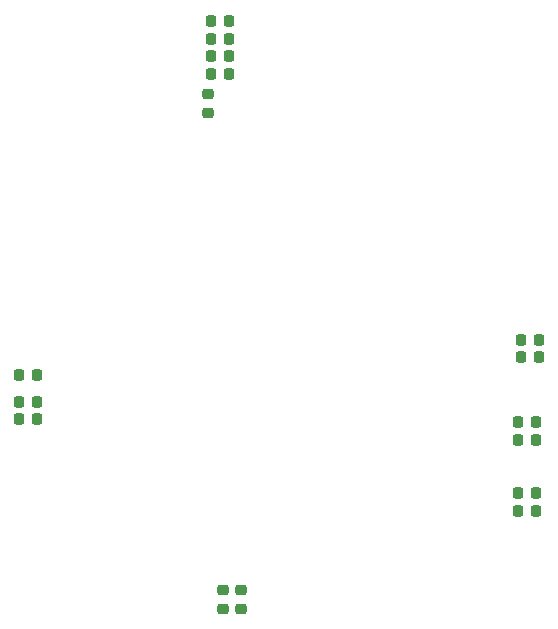
<source format=gbr>
%TF.GenerationSoftware,KiCad,Pcbnew,8.0.5*%
%TF.CreationDate,2024-10-22T14:52:20-04:00*%
%TF.ProjectId,huxley,6875786c-6579-42e6-9b69-6361645f7063,rev?*%
%TF.SameCoordinates,Original*%
%TF.FileFunction,Paste,Bot*%
%TF.FilePolarity,Positive*%
%FSLAX46Y46*%
G04 Gerber Fmt 4.6, Leading zero omitted, Abs format (unit mm)*
G04 Created by KiCad (PCBNEW 8.0.5) date 2024-10-22 14:52:20*
%MOMM*%
%LPD*%
G01*
G04 APERTURE LIST*
G04 Aperture macros list*
%AMRoundRect*
0 Rectangle with rounded corners*
0 $1 Rounding radius*
0 $2 $3 $4 $5 $6 $7 $8 $9 X,Y pos of 4 corners*
0 Add a 4 corners polygon primitive as box body*
4,1,4,$2,$3,$4,$5,$6,$7,$8,$9,$2,$3,0*
0 Add four circle primitives for the rounded corners*
1,1,$1+$1,$2,$3*
1,1,$1+$1,$4,$5*
1,1,$1+$1,$6,$7*
1,1,$1+$1,$8,$9*
0 Add four rect primitives between the rounded corners*
20,1,$1+$1,$2,$3,$4,$5,0*
20,1,$1+$1,$4,$5,$6,$7,0*
20,1,$1+$1,$6,$7,$8,$9,0*
20,1,$1+$1,$8,$9,$2,$3,0*%
G04 Aperture macros list end*
%ADD10RoundRect,0.225000X0.225000X0.250000X-0.225000X0.250000X-0.225000X-0.250000X0.225000X-0.250000X0*%
%ADD11RoundRect,0.225000X-0.225000X-0.250000X0.225000X-0.250000X0.225000X0.250000X-0.225000X0.250000X0*%
%ADD12RoundRect,0.225000X-0.250000X0.225000X-0.250000X-0.225000X0.250000X-0.225000X0.250000X0.225000X0*%
%ADD13RoundRect,0.225000X0.250000X-0.225000X0.250000X0.225000X-0.250000X0.225000X-0.250000X-0.225000X0*%
G04 APERTURE END LIST*
D10*
%TO.C,C63*%
X98725000Y-93500000D03*
X100275000Y-93500000D03*
%TD*%
%TO.C,C61*%
X98725000Y-90500000D03*
X100275000Y-90500000D03*
%TD*%
D11*
%TO.C,C55*%
X126525000Y-116000000D03*
X124975000Y-116000000D03*
%TD*%
D10*
%TO.C,C60*%
X98725000Y-89000000D03*
X100275000Y-89000000D03*
%TD*%
D11*
%TO.C,C47*%
X126275000Y-123000000D03*
X124725000Y-123000000D03*
%TD*%
D10*
%TO.C,C62*%
X98725000Y-92000000D03*
X100275000Y-92000000D03*
%TD*%
D12*
%TO.C,C50*%
X99750000Y-138775000D03*
X99750000Y-137225000D03*
%TD*%
D10*
%TO.C,C44*%
X82450000Y-121250000D03*
X84000000Y-121250000D03*
%TD*%
%TO.C,C45*%
X82450000Y-122750000D03*
X84000000Y-122750000D03*
%TD*%
D11*
%TO.C,C48*%
X126275000Y-130500000D03*
X124725000Y-130500000D03*
%TD*%
D12*
%TO.C,C51*%
X101250000Y-138775000D03*
X101250000Y-137225000D03*
%TD*%
D10*
%TO.C,C53*%
X82475000Y-119000000D03*
X84025000Y-119000000D03*
%TD*%
D11*
%TO.C,C49*%
X126275000Y-129000000D03*
X124725000Y-129000000D03*
%TD*%
%TO.C,C54*%
X126525000Y-117500000D03*
X124975000Y-117500000D03*
%TD*%
D13*
%TO.C,C52*%
X98500000Y-95225000D03*
X98500000Y-96775000D03*
%TD*%
D11*
%TO.C,C46*%
X126275000Y-124500000D03*
X124725000Y-124500000D03*
%TD*%
M02*

</source>
